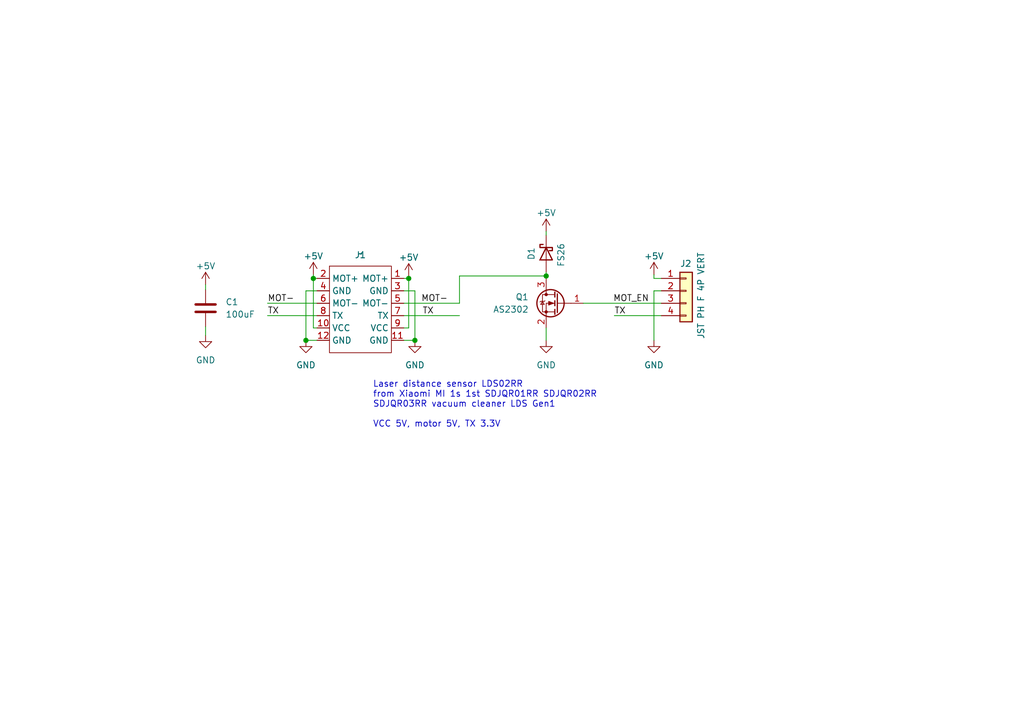
<source format=kicad_sch>
(kicad_sch (version 20230121) (generator eeschema)
  (paper "A5")
  (title_block (title "LDS02RR adapter") (date "2024-01-30") (rev "0.2.0") (company "makerspet.com"))
  (lib_symbols
    (symbol "Connector_Generic:Conn_01x04" (pin_names (offset 1.016) hide)
      (property "Reference" "J" (at 0 5.08 0))
      (property "Value" "Conn_01x04" (at 0 -7.62 0))
      (symbol "Conn_01x04_1_1"
        (rectangle (start -1.27 -4.953) (end 0 -5.207) (stroke (width 0.1524)))
        (rectangle (start -1.27 -2.413) (end 0 -2.667) (stroke (width 0.1524)))
        (rectangle (start -1.27 0.127) (end 0 -0.127) (stroke (width 0.1524)))
        (rectangle (start -1.27 2.667) (end 0 2.413) (stroke (width 0.1524)))
        (rectangle (start -1.27 3.81) (end 1.27 -6.35) (stroke (width 0.254)) (fill (type background)))
        (pin passive line (at -5.08 2.54 0) (length 3.81) (name "Pin_1") (number "1"))
        (pin passive line (at -5.08 0 0) (length 3.81) (name "Pin_2") (number "2"))
        (pin passive line (at -5.08 -2.54 0) (length 3.81) (name "Pin_3") (number "3"))
        (pin passive line (at -5.08 -5.08 0) (length 3.81) (name "Pin_4") (number "4"))
      )
    )
    (symbol "Device:C" (pin_numbers hide) (pin_names (offset 0.254))
      (property "Reference" "C" (at 0.635 2.54 0))
      (property "Value" "C" (at 0.635 -2.54 0))
      (symbol "C_0_1"
        (polyline (pts (xy -2.032 -0.762) (xy 2.032 -0.762)) (stroke (width 0.508)))
        (polyline (pts (xy -2.032 0.762) (xy 2.032 0.762)) (stroke (width 0.508)))
      )
      (symbol "C_1_1"
        (pin passive line (at 0 3.81 270) (length 2.794) (name "~") (number "1"))
        (pin passive line (at 0 -3.81 90) (length 2.794) (name "~") (number "2"))
      )
    )
    (symbol "Device:D_Schottky" (pin_numbers hide) (pin_names (offset 1.016) hide)
      (property "Reference" "D" (at 0 2.54 0))
      (property "Value" "D_Schottky" (at 0 -2.54 0))
      (symbol "D_Schottky_0_1"
        (polyline (pts (xy 1.27 0) (xy -1.27 0)))
        (polyline (pts (xy 1.27 1.27) (xy 1.27 -1.27) (xy -1.27 0) (xy 1.27 1.27)) (stroke (width 0.254)))
        (polyline (pts (xy -1.905 0.635) (xy -1.905 1.27) (xy -1.27 1.27) (xy -1.27 -1.27) (xy -0.635 -1.27) (xy -0.635 -0.635)) (stroke (width 0.254)))
      )
      (symbol "D_Schottky_1_1"
        (pin passive line (at -3.81 0 0) (length 2.54) (name "K") (number "1"))
        (pin passive line (at 3.81 0 180) (length 2.54) (name "A") (number "2"))
      )
    )
    (symbol "Makerspet:LDS02RR"
      (property "Reference" "J" (at 0 0 0))
      (symbol "LDS02RR_0_1"
        (rectangle (start -6.35 -2.54) (end 6.35 -20.32))
      )
      (symbol "LDS02RR_1_1"
        (pin passive line (at 8.89 -5.08 180) (length 2.54) (name "MOT+") (number "1"))
        (pin power_in line (at -8.89 -15.24 0) (length 2.54) (name "VCC") (number "10"))
        (pin passive line (at 8.89 -17.78 180) (length 2.54) (name "GND") (number "11"))
        (pin passive line (at -8.89 -17.78 0) (length 2.54) (name "GND") (number "12"))
        (pin passive line (at -8.89 -5.08 0) (length 2.54) (name "MOT+") (number "2"))
        (pin passive line (at 8.89 -7.62 180) (length 2.54) (name "GND") (number "3"))
        (pin passive line (at -8.89 -7.62 0) (length 2.54) (name "GND") (number "4"))
        (pin passive line (at 8.89 -10.16 180) (length 2.54) (name "MOT-") (number "5"))
        (pin passive line (at -8.89 -10.16 0) (length 2.54) (name "MOT-") (number "6"))
        (pin output line (at 8.89 -12.7 180) (length 2.54) (name "TX") (number "7"))
        (pin output line (at -8.89 -12.7 0) (length 2.54) (name "TX") (number "8"))
        (pin power_in line (at 8.89 -15.24 180) (length 2.54) (name "VCC") (number "9"))
      )
    )
    (symbol "Transistor_FET:BSS123" (pin_names hide)
      (property "Reference" "Q" (at 5.08 1.905 0))
      (property "Value" "BSS123" (at 5.08 0 0))
      (symbol "BSS123_0_1"
        (polyline (pts (xy 0.254 0) (xy -2.54 0)))
        (polyline (pts (xy 0.254 1.905) (xy 0.254 -1.905)) (stroke (width 0.254)))
        (polyline (pts (xy 0.762 -1.27) (xy 0.762 -2.286)) (stroke (width 0.254)))
        (polyline (pts (xy 0.762 0.508) (xy 0.762 -0.508)) (stroke (width 0.254)))
        (polyline (pts (xy 0.762 2.286) (xy 0.762 1.27)) (stroke (width 0.254)))
        (polyline (pts (xy 2.54 2.54) (xy 2.54 1.778)))
        (polyline (pts (xy 2.54 -2.54) (xy 2.54 0) (xy 0.762 0)))
        (polyline (pts (xy 0.762 -1.778) (xy 3.302 -1.778) (xy 3.302 1.778) (xy 0.762 1.778)))
        (polyline (pts (xy 1.016 0) (xy 2.032 0.381) (xy 2.032 -0.381) (xy 1.016 0)) (fill (type outline)))
        (polyline (pts (xy 2.794 0.508) (xy 2.921 0.381) (xy 3.683 0.381) (xy 3.81 0.254)))
        (polyline (pts (xy 3.302 0.381) (xy 2.921 -0.254) (xy 3.683 -0.254) (xy 3.302 0.381)))
        (circle (center 1.651 0) (radius 2.794) (stroke (width 0.254)))
        (circle (center 2.54 -1.778) (radius 0.254) (fill (type outline)))
        (circle (center 2.54 1.778) (radius 0.254) (fill (type outline)))
      )
      (symbol "BSS123_1_1"
        (pin input line (at -5.08 0 0) (length 2.54) (name "G") (number "1"))
        (pin passive line (at 2.54 -5.08 90) (length 2.54) (name "S") (number "2"))
        (pin passive line (at 2.54 5.08 270) (length 2.54) (name "D") (number "3"))
      )
    )
    (symbol "power:+5V" (power) (pin_names (offset 0))
      (property "Value" "+5V" (at 0 3.556 0))
      (symbol "+5V_0_1"
        (polyline (pts (xy -0.762 1.27) (xy 0 2.54)))
        (polyline (pts (xy 0 0) (xy 0 2.54)))
        (polyline (pts (xy 0 2.54) (xy 0.762 1.27)))
      )
      (symbol "+5V_1_1"
        (pin power_in line (at 0 0 90) (length 0) hide (name "+5V") (number "1"))
      )
    )
    (symbol "power:GND" (power) (pin_names (offset 0))
      (property "Value" "GND" (at 0 -3.81 0))
      (symbol "GND_0_1"
        (polyline (pts (xy 0 0) (xy 0 -1.27) (xy 1.27 -1.27) (xy 0 -2.54) (xy -1.27 -1.27) (xy 0 -1.27)))
      )
      (symbol "GND_1_1"
        (pin power_in line (at 0 0 270) (length 0) hide (name "GND") (number "1"))
      )
    )
  )
  (junction (at 62.738 69.85))
  (junction (at 83.82 57.15))
  (junction (at 112.014 56.642))
  (junction (at 64.262 57.15))
  (junction (at 85.09 69.85))
  (wire (pts (xy 135.636 57.15) (xy 134.112 57.15)))
  (wire (pts (xy 62.738 69.85) (xy 62.738 59.69)))
  (wire (pts (xy 64.262 67.31) (xy 65.024 67.31)))
  (wire (pts (xy 54.864 62.23) (xy 65.024 62.23)))
  (wire (pts (xy 82.804 69.85) (xy 85.09 69.85)))
  (wire (pts (xy 82.804 64.77) (xy 94.234 64.77)))
  (wire (pts (xy 54.864 64.77) (xy 65.024 64.77)))
  (wire (pts (xy 82.804 59.69) (xy 85.09 59.69)))
  (wire (pts (xy 112.014 56.642) (xy 112.014 57.15)))
  (wire (pts (xy 64.262 57.15) (xy 65.024 57.15)))
  (wire (pts (xy 112.014 55.88) (xy 112.014 56.642)))
  (wire (pts (xy 112.014 56.642) (xy 94.234 56.642)))
  (wire (pts (xy 62.738 69.85) (xy 65.024 69.85)))
  (wire (pts (xy 112.014 67.31) (xy 112.014 69.85)))
  (wire (pts (xy 64.262 56.388) (xy 64.262 57.15)))
  (wire (pts (xy 82.804 62.23) (xy 94.234 62.23)))
  (wire (pts (xy 135.636 59.69) (xy 134.112 59.69)))
  (wire (pts (xy 83.82 57.15) (xy 82.804 57.15)))
  (wire (pts (xy 134.112 57.15) (xy 134.112 56.388)))
  (wire (pts (xy 83.82 56.642) (xy 83.82 57.15)))
  (wire (pts (xy 62.738 59.69) (xy 65.024 59.69)))
  (wire (pts (xy 119.634 62.23) (xy 135.636 62.23)))
  (wire (pts (xy 42.164 68.834) (xy 42.164 67.056)))
  (wire (pts (xy 94.234 56.642) (xy 94.234 62.23)))
  (wire (pts (xy 64.262 57.15) (xy 64.262 67.31)))
  (wire (pts (xy 83.82 57.15) (xy 83.82 67.31)))
  (wire (pts (xy 82.804 67.31) (xy 83.82 67.31)))
  (wire (pts (xy 125.984 64.77) (xy 135.636 64.77)))
  (wire (pts (xy 42.164 58.42) (xy 42.164 59.436)))
  (wire (pts (xy 85.09 69.85) (xy 85.09 59.69)))
  (wire (pts (xy 112.014 47.498) (xy 112.014 48.26)))
  (wire (pts (xy 134.112 59.69) (xy 134.112 69.85)))
  (text "Laser distance sensor LDS02RR\nfrom Xiaomi MI 1s 1st SDJQR01RR SDJQR02RR\nSDJQR03RR vacuum cleaner LDS Gen1\n\nVCC 5V, motor 5V, TX 3.3V" (at 76.454 87.884 0) (effects (font (size 1.27 1.27)) (justify left bottom)))
  (label "MOT-" (at 86.36 62.23 0))
  (label "MOT_EN" (at 125.73 62.23 0))
  (label "MOT-" (at 54.864 62.23 0))
  (label "TX" (at 54.864 64.77 0))
  (label "TX" (at 86.614 64.77 0))
  (label "TX" (at 125.984 64.77 0))
  (symbol (lib_id "power:GND") (at 85.09 69.85 0) (unit 1)
    (property "Reference" "#PWR05" (effects hide))
    (property "Value" "GND" (at 85.09 74.93 0))
  )
  (symbol (lib_id "power:GND") (at 134.112 69.85 0) (unit 1)
    (property "Reference" "#PWR08" (effects hide))
    (property "Value" "GND" (at 134.112 74.93 0))
  )
  (symbol (lib_id "power:GND") (at 112.014 69.85 0) (unit 1)
    (property "Reference" "#PWR02" (effects hide))
    (property "Value" "GND" (at 112.014 74.93 0))
  )
  (symbol (lib_id "Makerspet:LDS02RR") (at 73.914 52.07 0) (unit 1)
    (property "Reference" "J1" (at 73.914 52.324 0))
    (property "Value" "~" (at 73.914 52.07 0))
    (property "Footprint" "Makerspet:LDS02RR_FPC12" (effects hide))
  )
  (symbol (lib_id "Connector_Generic:Conn_01x04") (at 140.716 59.69 0) (unit 1)
    (property "Reference" "J2" (at 139.446 54.102 0) (effects (justify left)))
    (property "Value" "JST PH F 4P VERT" (at 143.764 69.596 90) (effects (justify left)))
    (property "Footprint" "Connector_JST:JST_PH_B4B-PH-K_1x04_P2.00mm_Vertical" (effects hide))
  )
  (symbol (lib_id "power:+5V") (at 112.014 47.498 0) (unit 1)
    (property "Reference" "#PWR01" (effects hide))
    (property "Value" "+5V" (at 112.014 43.688 0))
  )
  (symbol (lib_id "power:+5V") (at 83.82 56.642 0) (unit 1)
    (property "Reference" "#PWR03" (effects hide))
    (property "Value" "+5V" (at 83.82 52.832 0))
  )
  (symbol (lib_id "power:+5V") (at 134.112 56.388 0) (unit 1)
    (property "Reference" "#PWR07" (effects hide))
    (property "Value" "+5V" (at 134.112 52.578 0))
  )
  (symbol (lib_id "Device:D_Schottky") (at 112.014 52.07 90) (mirror x) (unit 1)
    (property "Reference" "D1" (at 108.966 52.07 0))
    (property "Value" "FS26" (at 115.062 52.324 0))
    (property "Footprint" "Diode_SMD:D_SOD-123F" (effects hide))
    (property "Datasheet" "https://www.digikey.com/en/products/detail/good-ark-semiconductor/FS26/18667798" (effects hide))
  )
  (symbol (lib_id "power:+5V") (at 42.164 58.42 0) (unit 1)
    (property "Reference" "#PWR09" (effects hide))
    (property "Value" "+5V" (at 42.164 54.61 0))
  )
  (symbol (lib_id "Device:C") (at 42.164 63.246 0) (unit 1)
    (property "Reference" "C1" (at 46.228 61.976 0) (effects (justify left)))
    (property "Value" "100uF" (at 46.228 64.516 0) (effects (justify left)))
    (property "Footprint" "Capacitor_SMD:C_1206_3216Metric" (effects hide))
  )
  (symbol (lib_id "power:+5V") (at 64.262 56.388 0) (unit 1)
    (property "Reference" "#PWR04" (effects hide))
    (property "Value" "+5V" (at 64.262 52.578 0))
  )
  (symbol (lib_id "Transistor_FET:BSS123") (at 114.554 62.23 0) (mirror y) (unit 1)
    (property "Reference" "Q1" (at 108.458 60.96 0) (effects (justify left)))
    (property "Value" "AS2302" (at 108.458 63.5 0) (effects (justify left)))
    (property "Footprint" "Package_TO_SOT_SMD:SOT-23" (effects hide))
    (property "Datasheet" "https://www.digikey.com/en/products/detail/anbon-semiconductor-int-l-limited/AS2302/16708469" (effects hide))
  )
  (symbol (lib_id "power:GND") (at 42.164 68.834 0) (unit 1)
    (property "Reference" "#PWR010" (effects hide))
    (property "Value" "GND" (at 42.164 73.914 0))
  )
  (symbol (lib_id "power:GND") (at 62.738 69.85 0) (unit 1)
    (property "Reference" "#PWR06" (effects hide))
    (property "Value" "GND" (at 62.738 74.93 0))
  )
)
</source>
